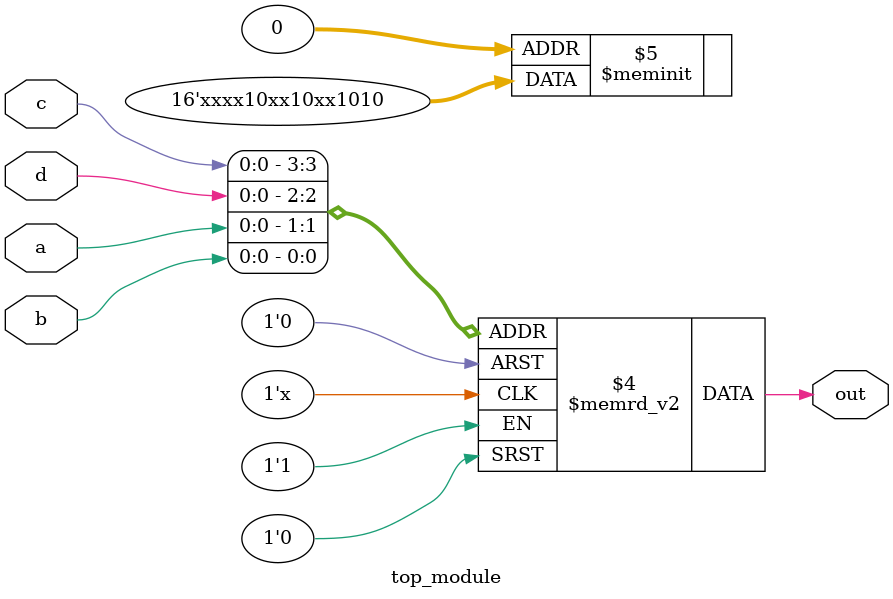
<source format=sv>
module top_module (
    input a, 
    input b,
    input c,
    input d,
    output reg out
);

always @(*) begin
    case ({c, d, a, b})
        4'b0000: out = 1'b0;
        4'b0001: out = 1'b1;
        4'b0011: out = 1'b1;
        4'b0010: out = 1'b0;
        4'b0111: out = 1'b1;
        4'b0110: out = 1'b0;
        4'b1011: out = 1'b1;
        4'b1010: out = 1'b0;
    endcase
end

endmodule

</source>
